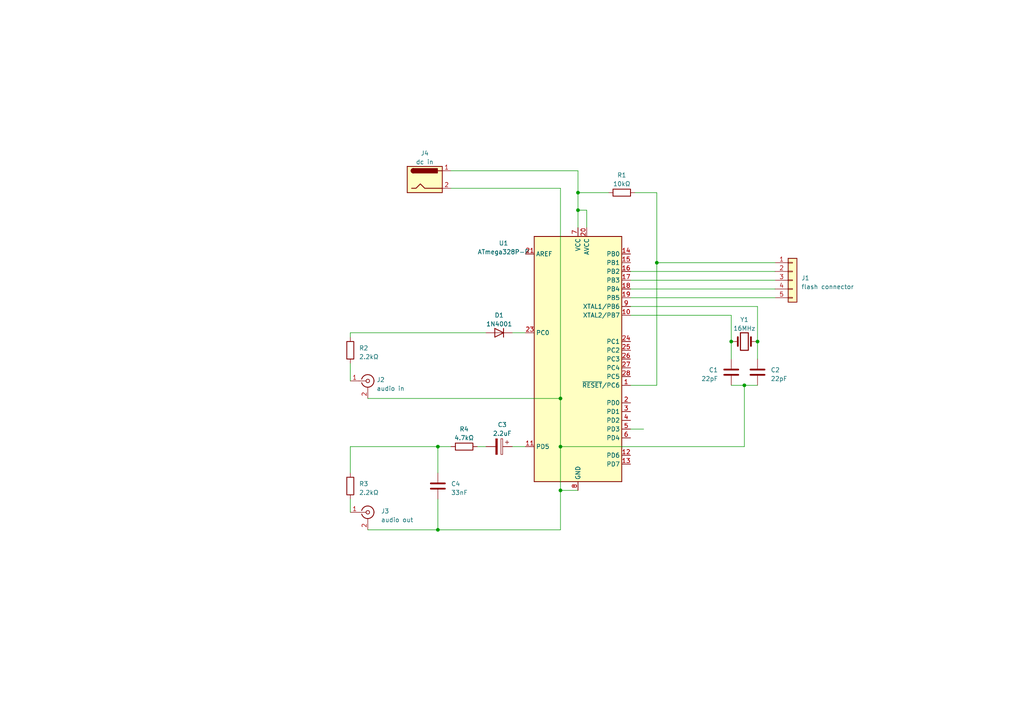
<source format=kicad_sch>
(kicad_sch (version 20230121) (generator eeschema)
  (paper "A4")
  (lib_symbols
    (symbol "Connector:Barrel_Jack" (pin_names (offset 1.016))
      (property "Reference" "J" (at 0 5.334 0))
      (property "Value" "Barrel_Jack" (at 0 -5.08 0))
      (symbol "Barrel_Jack_0_1"
        (rectangle (start -5.08 3.81) (end 5.08 -3.81) (stroke (width 0.254)) (fill (type background)))
        (arc (start -3.302 3.175) (mid -3.9343 2.54) (end -3.302 1.905) (stroke (width 0.254)))
        (arc (start -3.302 3.175) (mid -3.9343 2.54) (end -3.302 1.905) (stroke (width 0.254)) (fill (type outline)))
        (polyline (pts (xy 5.08 2.54) (xy 3.81 2.54)) (stroke (width 0.254)))
        (polyline (pts (xy -3.81 -2.54) (xy -2.54 -2.54) (xy -1.27 -1.27) (xy 0 -2.54) (xy 2.54 -2.54) (xy 5.08 -2.54)) (stroke (width 0.254)))
        (rectangle (start 3.683 3.175) (end -3.302 1.905) (stroke (width 0.254)) (fill (type outline)))
      )
      (symbol "Barrel_Jack_1_1"
        (pin passive line (at 7.62 2.54 180) (length 2.54) (name "~") (number "1"))
        (pin passive line (at 7.62 -2.54 180) (length 2.54) (name "~") (number "2"))
      )
    )
    (symbol "Connector:Conn_Coaxial" (pin_names (offset 1.016) hide)
      (property "Reference" "J" (at 0.254 3.048 0))
      (property "Value" "Conn_Coaxial" (at 2.921 0 90))
      (symbol "Conn_Coaxial_0_1"
        (arc (start -1.778 -0.508) (mid 0.2311 -1.8066) (end 1.778 0) (stroke (width 0.254)))
        (polyline (pts (xy -2.54 0) (xy -0.508 0)))
        (polyline (pts (xy 0 -2.54) (xy 0 -1.778)))
        (circle (center 0 0) (radius 0.508) (stroke (width 0.2032)))
        (arc (start 1.778 0) (mid 0.2099 1.8101) (end -1.778 0.508) (stroke (width 0.254)))
      )
      (symbol "Conn_Coaxial_1_1"
        (pin passive line (at -5.08 0 0) (length 2.54) (name "In") (number "1"))
        (pin passive line (at 0 -5.08 90) (length 2.54) (name "Ext") (number "2"))
      )
    )
    (symbol "Connector_Generic:Conn_01x05" (pin_names (offset 1.016) hide)
      (property "Reference" "J" (at 0 7.62 0))
      (property "Value" "Conn_01x05" (at 0 -7.62 0))
      (symbol "Conn_01x05_1_1"
        (rectangle (start -1.27 -4.953) (end 0 -5.207) (stroke (width 0.1524)))
        (rectangle (start -1.27 -2.413) (end 0 -2.667) (stroke (width 0.1524)))
        (rectangle (start -1.27 0.127) (end 0 -0.127) (stroke (width 0.1524)))
        (rectangle (start -1.27 2.667) (end 0 2.413) (stroke (width 0.1524)))
        (rectangle (start -1.27 5.207) (end 0 4.953) (stroke (width 0.1524)))
        (rectangle (start -1.27 6.35) (end 1.27 -6.35) (stroke (width 0.254)) (fill (type background)))
        (pin passive line (at -5.08 5.08 0) (length 3.81) (name "Pin_1") (number "1"))
        (pin passive line (at -5.08 2.54 0) (length 3.81) (name "Pin_2") (number "2"))
        (pin passive line (at -5.08 0 0) (length 3.81) (name "Pin_3") (number "3"))
        (pin passive line (at -5.08 -2.54 0) (length 3.81) (name "Pin_4") (number "4"))
        (pin passive line (at -5.08 -5.08 0) (length 3.81) (name "Pin_5") (number "5"))
      )
    )
    (symbol "Device:C" (pin_numbers hide) (pin_names (offset 0.254))
      (property "Reference" "C" (at 0.635 2.54 0))
      (property "Value" "C" (at 0.635 -2.54 0))
      (symbol "C_0_1"
        (polyline (pts (xy -2.032 -0.762) (xy 2.032 -0.762)) (stroke (width 0.508)))
        (polyline (pts (xy -2.032 0.762) (xy 2.032 0.762)) (stroke (width 0.508)))
      )
      (symbol "C_1_1"
        (pin passive line (at 0 3.81 270) (length 2.794) (name "~") (number "1"))
        (pin passive line (at 0 -3.81 90) (length 2.794) (name "~") (number "2"))
      )
    )
    (symbol "Device:C_Polarized" (pin_numbers hide) (pin_names (offset 0.254))
      (property "Reference" "C" (at 0.635 2.54 0))
      (property "Value" "C_Polarized" (at 0.635 -2.54 0))
      (symbol "C_Polarized_0_1"
        (rectangle (start -2.286 0.508) (end 2.286 1.016))
        (polyline (pts (xy -1.778 2.286) (xy -0.762 2.286)))
        (polyline (pts (xy -1.27 2.794) (xy -1.27 1.778)))
        (rectangle (start 2.286 -0.508) (end -2.286 -1.016) (fill (type outline)))
      )
      (symbol "C_Polarized_1_1"
        (pin passive line (at 0 3.81 270) (length 2.794) (name "~") (number "1"))
        (pin passive line (at 0 -3.81 90) (length 2.794) (name "~") (number "2"))
      )
    )
    (symbol "Device:Crystal" (pin_numbers hide) (pin_names (offset 1.016) hide)
      (property "Reference" "Y" (at 0 3.81 0))
      (property "Value" "Crystal" (at 0 -3.81 0))
      (symbol "Crystal_0_1"
        (rectangle (start -1.143 2.54) (end 1.143 -2.54) (stroke (width 0.3048)))
        (polyline (pts (xy -2.54 0) (xy -1.905 0)))
        (polyline (pts (xy -1.905 -1.27) (xy -1.905 1.27)) (stroke (width 0.508)))
        (polyline (pts (xy 1.905 -1.27) (xy 1.905 1.27)) (stroke (width 0.508)))
        (polyline (pts (xy 2.54 0) (xy 1.905 0)))
      )
      (symbol "Crystal_1_1"
        (pin passive line (at -3.81 0 0) (length 1.27) (name "1") (number "1"))
        (pin passive line (at 3.81 0 180) (length 1.27) (name "2") (number "2"))
      )
    )
    (symbol "Device:R" (pin_numbers hide) (pin_names (offset 0))
      (property "Reference" "R" (at 2.032 0 90))
      (property "Value" "R" (at 0 0 90))
      (symbol "R_0_1"
        (rectangle (start -1.016 -2.54) (end 1.016 2.54) (stroke (width 0.254)))
      )
      (symbol "R_1_1"
        (pin passive line (at 0 3.81 270) (length 1.27) (name "~") (number "1"))
        (pin passive line (at 0 -3.81 90) (length 1.27) (name "~") (number "2"))
      )
    )
    (symbol "Diode:1N4001" (pin_numbers hide) (pin_names hide)
      (property "Reference" "D" (at 0 2.54 0))
      (property "Value" "1N4001" (at 0 -2.54 0))
      (symbol "1N4001_0_1"
        (polyline (pts (xy -1.27 1.27) (xy -1.27 -1.27)) (stroke (width 0.254)))
        (polyline (pts (xy 1.27 0) (xy -1.27 0)))
        (polyline (pts (xy 1.27 1.27) (xy 1.27 -1.27) (xy -1.27 0) (xy 1.27 1.27)) (stroke (width 0.254)))
      )
      (symbol "1N4001_1_1"
        (pin passive line (at -3.81 0 0) (length 2.54) (name "K") (number "1"))
        (pin passive line (at 3.81 0 180) (length 2.54) (name "A") (number "2"))
      )
    )
    (symbol "MCU_Microchip_ATmega:ATmega328P-P"
      (property "Reference" "U1" (at -21.59 33.6041 0))
      (property "Value" "ATmega328P-P" (at -21.59 31.0641 0))
      (symbol "ATmega328P-P_0_1"
        (rectangle (start -12.7 -35.56) (end 12.7 35.56) (stroke (width 0.254)) (fill (type background)))
      )
      (symbol "ATmega328P-P_1_1"
        (pin bidirectional line (at 15.24 -7.62 180) (length 2.54) (name "~{RESET}/PC6") (number "1"))
        (pin bidirectional line (at 15.24 12.7 180) (length 2.54) (name "XTAL2/PB7") (number "10"))
        (pin bidirectional line (at -15.24 -25.4 0) (length 2.54) (name "PD5") (number "11"))
        (pin bidirectional line (at 15.24 -27.94 180) (length 2.54) (name "PD6") (number "12"))
        (pin bidirectional line (at 15.24 -30.48 180) (length 2.54) (name "PD7") (number "13"))
        (pin bidirectional line (at 15.24 30.48 180) (length 2.54) (name "PB0") (number "14"))
        (pin bidirectional line (at 15.24 27.94 180) (length 2.54) (name "PB1") (number "15"))
        (pin bidirectional line (at 15.24 25.4 180) (length 2.54) (name "PB2") (number "16"))
        (pin bidirectional line (at 15.24 22.86 180) (length 2.54) (name "PB3") (number "17"))
        (pin bidirectional line (at 15.24 20.32 180) (length 2.54) (name "PB4") (number "18"))
        (pin bidirectional line (at 15.24 17.78 180) (length 2.54) (name "PB5") (number "19"))
        (pin bidirectional line (at 15.24 -12.7 180) (length 2.54) (name "PD0") (number "2"))
        (pin power_in line (at 2.54 38.1 270) (length 2.54) (name "AVCC") (number "20"))
        (pin passive line (at -15.24 30.48 0) (length 2.54) (name "AREF") (number "21"))
        (pin passive line (at 0 -38.1 90) (length 2.54) hide (name "GND") (number "22"))
        (pin bidirectional line (at -15.24 7.62 0) (length 2.54) (name "PC0") (number "23"))
        (pin bidirectional line (at 15.24 5.08 180) (length 2.54) (name "PC1") (number "24"))
        (pin bidirectional line (at 15.24 2.54 180) (length 2.54) (name "PC2") (number "25"))
        (pin bidirectional line (at 15.24 0 180) (length 2.54) (name "PC3") (number "26"))
        (pin bidirectional line (at 15.24 -2.54 180) (length 2.54) (name "PC4") (number "27"))
        (pin bidirectional line (at 15.24 -5.08 180) (length 2.54) (name "PC5") (number "28"))
        (pin bidirectional line (at 15.24 -15.24 180) (length 2.54) (name "PD1") (number "3"))
        (pin bidirectional line (at 15.24 -17.78 180) (length 2.54) (name "PD2") (number "4"))
        (pin bidirectional line (at 15.24 -20.32 180) (length 2.54) (name "PD3") (number "5"))
        (pin bidirectional line (at 15.24 -22.86 180) (length 2.54) (name "PD4") (number "6"))
        (pin power_in line (at 0 38.1 270) (length 2.54) (name "VCC") (number "7"))
        (pin power_in line (at 0 -38.1 90) (length 2.54) (name "GND") (number "8"))
        (pin bidirectional line (at 15.24 15.24 180) (length 2.54) (name "XTAL1/PB6") (number "9"))
      )
    )
  )
  (junction (at 162.56 142.24))
  (junction (at 162.56 129.54))
  (junction (at 215.9 111.76))
  (junction (at 162.56 115.57))
  (junction (at 212.09 99.06))
  (junction (at 167.64 55.88))
  (junction (at 127 153.67))
  (junction (at 219.71 99.06))
  (junction (at 190.5 76.2))
  (junction (at 127 129.54))
  (junction (at 167.64 60.96))
  (wire (pts (xy 170.18 66.04) (xy 170.18 60.96)))
  (wire (pts (xy 127 153.67) (xy 162.56 153.67)))
  (wire (pts (xy 162.56 115.57) (xy 162.56 54.61)))
  (wire (pts (xy 101.6 129.54) (xy 101.6 137.16)))
  (wire (pts (xy 101.6 96.52) (xy 140.97 96.52)))
  (wire (pts (xy 162.56 153.67) (xy 162.56 142.24)))
  (wire (pts (xy 190.5 76.2) (xy 224.79 76.2)))
  (wire (pts (xy 167.64 55.88) (xy 176.53 55.88)))
  (wire (pts (xy 182.88 78.74) (xy 224.79 78.74)))
  (wire (pts (xy 219.71 99.06) (xy 219.71 104.14)))
  (wire (pts (xy 167.64 60.96) (xy 170.18 60.96)))
  (wire (pts (xy 219.71 88.9) (xy 219.71 99.06)))
  (wire (pts (xy 101.6 105.41) (xy 101.6 110.49)))
  (wire (pts (xy 212.09 91.44) (xy 212.09 99.06)))
  (wire (pts (xy 130.81 49.53) (xy 167.64 49.53)))
  (wire (pts (xy 182.88 83.82) (xy 224.79 83.82)))
  (wire (pts (xy 215.9 129.54) (xy 162.56 129.54)))
  (wire (pts (xy 184.15 55.88) (xy 190.5 55.88)))
  (wire (pts (xy 127 129.54) (xy 130.81 129.54)))
  (wire (pts (xy 148.59 96.52) (xy 152.4 96.52)))
  (wire (pts (xy 212.09 111.76) (xy 215.9 111.76)))
  (wire (pts (xy 167.64 55.88) (xy 167.64 60.96)))
  (wire (pts (xy 148.59 129.54) (xy 152.4 129.54)))
  (wire (pts (xy 182.88 86.36) (xy 224.79 86.36)))
  (wire (pts (xy 106.68 153.67) (xy 127 153.67)))
  (wire (pts (xy 106.68 115.57) (xy 162.56 115.57)))
  (wire (pts (xy 215.9 111.76) (xy 219.71 111.76)))
  (wire (pts (xy 182.88 111.76) (xy 190.5 111.76)))
  (wire (pts (xy 162.56 129.54) (xy 162.56 115.57)))
  (wire (pts (xy 215.9 111.76) (xy 215.9 129.54)))
  (wire (pts (xy 190.5 76.2) (xy 190.5 111.76)))
  (wire (pts (xy 127 144.78) (xy 127 153.67)))
  (wire (pts (xy 167.64 142.24) (xy 162.56 142.24)))
  (wire (pts (xy 127 129.54) (xy 127 137.16)))
  (wire (pts (xy 101.6 96.52) (xy 101.6 97.79)))
  (wire (pts (xy 182.88 91.44) (xy 212.09 91.44)))
  (wire (pts (xy 101.6 129.54) (xy 127 129.54)))
  (wire (pts (xy 101.6 144.78) (xy 101.6 148.59)))
  (wire (pts (xy 138.43 129.54) (xy 140.97 129.54)))
  (wire (pts (xy 162.56 54.61) (xy 130.81 54.61)))
  (wire (pts (xy 182.88 88.9) (xy 219.71 88.9)))
  (wire (pts (xy 162.56 142.24) (xy 162.56 129.54)))
  (wire (pts (xy 212.09 99.06) (xy 212.09 104.14)))
  (wire (pts (xy 167.64 60.96) (xy 167.64 66.04)))
  (wire (pts (xy 182.88 124.46) (xy 186.69 124.46)))
  (wire (pts (xy 190.5 55.88) (xy 190.5 76.2)))
  (wire (pts (xy 167.64 49.53) (xy 167.64 55.88)))
  (wire (pts (xy 182.88 81.28) (xy 224.79 81.28)))
  (symbol (lib_id "Device:C_Polarized") (at 144.78 129.54 270) (unit 1)
    (property "Reference" "C3" (at 145.669 123.19 90))
    (property "Value" "2.2uF" (at 145.669 125.73 90))
    (property "Footprint" "Capacitor_THT:CP_Radial_D4.0mm_P1.50mm" (effects hide))
  )
  (symbol (lib_id "MCU_Microchip_ATmega:ATmega328P-P") (at 167.64 104.14 0) (unit 1)
    (property "Reference" "U1" (at 146.05 70.5359 0))
    (property "Value" "ATmega328P-P" (at 146.05 73.0759 0))
    (property "Footprint" "Package_DIP:DIP-28_W7.62mm" (effects hide))
    (property "Datasheet" "http://ww1.microchip.com/downloads/en/DeviceDoc/ATmega328_P%20AVR%20MCU%20with%20picoPower%20Technology%20Data%20Sheet%2040001984A.pdf" (effects hide))
  )
  (symbol (lib_id "Device:C") (at 212.09 107.95 0) (mirror y) (unit 1)
    (property "Reference" "C1" (at 208.28 107.315 0) (effects (justify left)))
    (property "Value" "22pF" (at 208.28 109.855 0) (effects (justify left)))
    (property "Footprint" "Capacitor_THT:C_Axial_L3.8mm_D2.6mm_P7.50mm_Horizontal" (effects hide))
  )
  (symbol (lib_id "Diode:1N4001") (at 144.78 96.52 0) (mirror y) (unit 1)
    (property "Reference" "D1" (at 144.78 91.44 0))
    (property "Value" "1N4001" (at 144.78 93.98 0))
    (property "Footprint" "Diode_THT:D_DO-41_SOD81_P10.16mm_Horizontal" (effects hide))
    (property "Datasheet" "http://www.vishay.com/docs/88503/1n4001.pdf" (effects hide))
    (property "Sim.Device" "D" (effects hide))
    (property "Sim.Pins" "1=K 2=A" (effects hide))
  )
  (symbol (lib_id "Connector:Barrel_Jack") (at 123.19 52.07 0) (unit 1)
    (property "Reference" "J4" (at 123.19 44.45 0))
    (property "Value" "dc in" (at 123.19 46.99 0))
    (property "Footprint" "Connector_BarrelJack:BarrelJack_Kycon_KLDX-0202-xC_Horizontal" (effects hide))
  )
  (symbol (lib_id "Device:Crystal") (at 215.9 99.06 0) (unit 1)
    (property "Reference" "Y1" (at 215.9 92.71 0))
    (property "Value" "16MHz" (at 215.9 95.25 0))
    (property "Footprint" "Crystal:Crystal_HC52-6mm_Vertical" (effects hide))
  )
  (symbol (lib_id "Connector_Generic:Conn_01x05") (at 229.87 81.28 0) (unit 1)
    (property "Reference" "J1" (at 232.41 80.645 0) (effects (justify left)))
    (property "Value" "flash connector" (at 232.41 83.185 0) (effects (justify left)))
    (property "Footprint" "Connector_PinHeader_2.54mm:PinHeader_1x05_P2.54mm_Vertical" (effects hide))
  )
  (symbol (lib_id "Device:C") (at 127 140.97 0) (unit 1)
    (property "Reference" "C4" (at 130.81 140.335 0) (effects (justify left)))
    (property "Value" "33nF" (at 130.81 142.875 0) (effects (justify left)))
    (property "Footprint" "Capacitor_THT:C_Axial_L3.8mm_D2.6mm_P7.50mm_Horizontal" (effects hide))
  )
  (symbol (lib_id "Device:R") (at 101.6 140.97 180) (unit 1)
    (property "Reference" "R3" (at 104.14 140.335 0) (effects (justify right)))
    (property "Value" "2.2kΩ" (at 104.14 142.875 0) (effects (justify right)))
    (property "Footprint" "Resistor_THT:R_Axial_DIN0207_L6.3mm_D2.5mm_P7.62mm_Horizontal" (effects hide))
  )
  (symbol (lib_id "Device:C") (at 219.71 107.95 0) (unit 1)
    (property "Reference" "C2" (at 223.52 107.315 0) (effects (justify left)))
    (property "Value" "22pF" (at 223.52 109.855 0) (effects (justify left)))
    (property "Footprint" "Capacitor_THT:C_Axial_L3.8mm_D2.6mm_P7.50mm_Horizontal" (effects hide))
  )
  (symbol (lib_id "Connector:Conn_Coaxial") (at 106.68 110.49 0) (unit 1)
    (property "Reference" "J2" (at 109.22 110.1482 0) (effects (justify left)))
    (property "Value" "audio in" (at 109.22 112.6882 0) (effects (justify left)))
    (property "Footprint" "Connector_BarrelJack:BarrelJack_CUI_PJ-063AH_Horizontal" (effects hide))
    (property "Datasheet" " ~" (effects hide))
  )
  (symbol (lib_id "Connector:Conn_Coaxial") (at 106.68 148.59 0) (unit 1)
    (property "Reference" "J3" (at 110.49 148.2482 0) (effects (justify left)))
    (property "Value" "audio out" (at 110.49 150.7882 0) (effects (justify left)))
    (property "Footprint" "Connector_BarrelJack:BarrelJack_CUI_PJ-063AH_Horizontal" (effects hide))
    (property "Datasheet" " ~" (effects hide))
  )
  (symbol (lib_id "Device:R") (at 101.6 101.6 180) (unit 1)
    (property "Reference" "R2" (at 104.14 100.965 0) (effects (justify right)))
    (property "Value" "2.2kΩ" (at 104.14 103.505 0) (effects (justify right)))
    (property "Footprint" "Resistor_THT:R_Axial_DIN0207_L6.3mm_D2.5mm_P7.62mm_Horizontal" (effects hide))
  )
  (symbol (lib_id "Device:R") (at 134.62 129.54 270) (unit 1)
    (property "Reference" "R4" (at 134.62 124.46 90))
    (property "Value" "4.7kΩ" (at 134.62 127 90))
    (property "Footprint" "Resistor_THT:R_Axial_DIN0207_L6.3mm_D2.5mm_P7.62mm_Horizontal" (effects hide))
  )
  (symbol (lib_id "Device:R") (at 180.34 55.88 90) (unit 1)
    (property "Reference" "R1" (at 180.34 50.8 90))
    (property "Value" "10kΩ" (at 180.34 53.34 90))
    (property "Footprint" "Resistor_THT:R_Axial_DIN0207_L6.3mm_D2.5mm_P7.62mm_Horizontal" (effects hide))
  )
)
</source>
